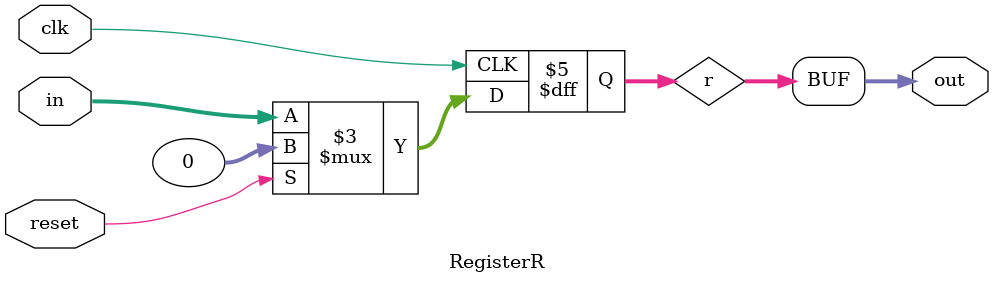
<source format=sv>
module RegisterR #(parameter int width = 32) (input clk, input reset, input [width-1:0] in, output [width-1:0] out);

   logic [width-1:0] r;

   always_ff @(posedge clk) begin
        if (reset) begin
           r[width-1:0] <= 0;
        end else begin
           r[width-1:0] <= in[width-1:0];
        end
   end

   assign out[width-1:0] = r;
endmodule

</source>
